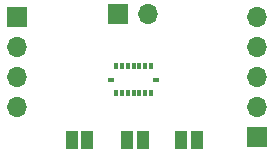
<source format=gbr>
%TF.GenerationSoftware,KiCad,Pcbnew,7.99.0-957-g18dd623122*%
%TF.CreationDate,2023-08-18T16:16:10-04:00*%
%TF.ProjectId,bmi088,626d6930-3838-42e6-9b69-6361645f7063,V1.0*%
%TF.SameCoordinates,Original*%
%TF.FileFunction,Soldermask,Top*%
%TF.FilePolarity,Negative*%
%FSLAX46Y46*%
G04 Gerber Fmt 4.6, Leading zero omitted, Abs format (unit mm)*
G04 Created by KiCad (PCBNEW 7.99.0-957-g18dd623122) date 2023-08-18 16:16:10*
%MOMM*%
%LPD*%
G01*
G04 APERTURE LIST*
%ADD10R,1.700000X1.700000*%
%ADD11O,1.700000X1.700000*%
%ADD12R,1.000000X1.500000*%
%ADD13R,0.350000X0.590000*%
%ADD14R,0.590000X0.350000*%
G04 APERTURE END LIST*
D10*
%TO.C,J3*%
X145976500Y-98044000D03*
D11*
X148516500Y-98044000D03*
%TD*%
D12*
%TO.C,JP2*%
X151285500Y-108712000D03*
X152585500Y-108712000D03*
%TD*%
%TO.C,JP3*%
X141999500Y-108712000D03*
X143299500Y-108712000D03*
%TD*%
%TO.C,JP1*%
X146713501Y-108712000D03*
X148013499Y-108712000D03*
%TD*%
D13*
%TO.C,U1*%
X145751500Y-102467000D03*
X146251500Y-102467000D03*
X146751500Y-102467000D03*
X147251500Y-102467001D03*
X147751500Y-102467000D03*
X148251500Y-102467000D03*
X148751500Y-102467000D03*
D14*
X149166499Y-103632000D03*
D13*
X148751500Y-104797000D03*
X148251500Y-104797000D03*
X147751500Y-104797000D03*
X147251500Y-104796999D03*
X146751500Y-104797000D03*
X146251500Y-104797000D03*
X145751500Y-104797000D03*
D14*
X145336501Y-103632000D03*
%TD*%
D10*
%TO.C,J1*%
X137345500Y-98340000D03*
D11*
X137345500Y-100880000D03*
X137345500Y-103420000D03*
X137345500Y-105960000D03*
%TD*%
D10*
%TO.C,J2*%
X157665500Y-108458000D03*
D11*
X157665500Y-105918000D03*
X157665500Y-103378001D03*
X157665500Y-100838000D03*
X157665500Y-98298000D03*
%TD*%
M02*

</source>
